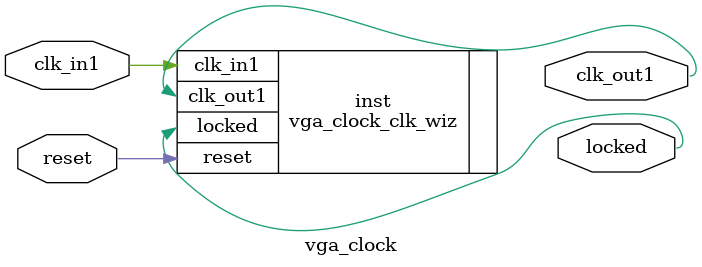
<source format=v>


`timescale 1ps/1ps

(* CORE_GENERATION_INFO = "vga_clock,clk_wiz_v6_0_1_0_0,{component_name=vga_clock,use_phase_alignment=true,use_min_o_jitter=false,use_max_i_jitter=false,use_dyn_phase_shift=false,use_inclk_switchover=false,use_dyn_reconfig=false,enable_axi=0,feedback_source=FDBK_AUTO,PRIMITIVE=MMCM,num_out_clk=1,clkin1_period=10.000,clkin2_period=10.000,use_power_down=false,use_reset=true,use_locked=true,use_inclk_stopped=false,feedback_type=SINGLE,CLOCK_MGR_TYPE=NA,manual_override=false}" *)

module vga_clock 
 (
  // Clock out ports
  output        clk_out1,
  // Status and control signals
  input         reset,
  output        locked,
 // Clock in ports
  input         clk_in1
 );

  vga_clock_clk_wiz inst
  (
  // Clock out ports  
  .clk_out1(clk_out1),
  // Status and control signals               
  .reset(reset), 
  .locked(locked),
 // Clock in ports
  .clk_in1(clk_in1)
  );

endmodule

</source>
